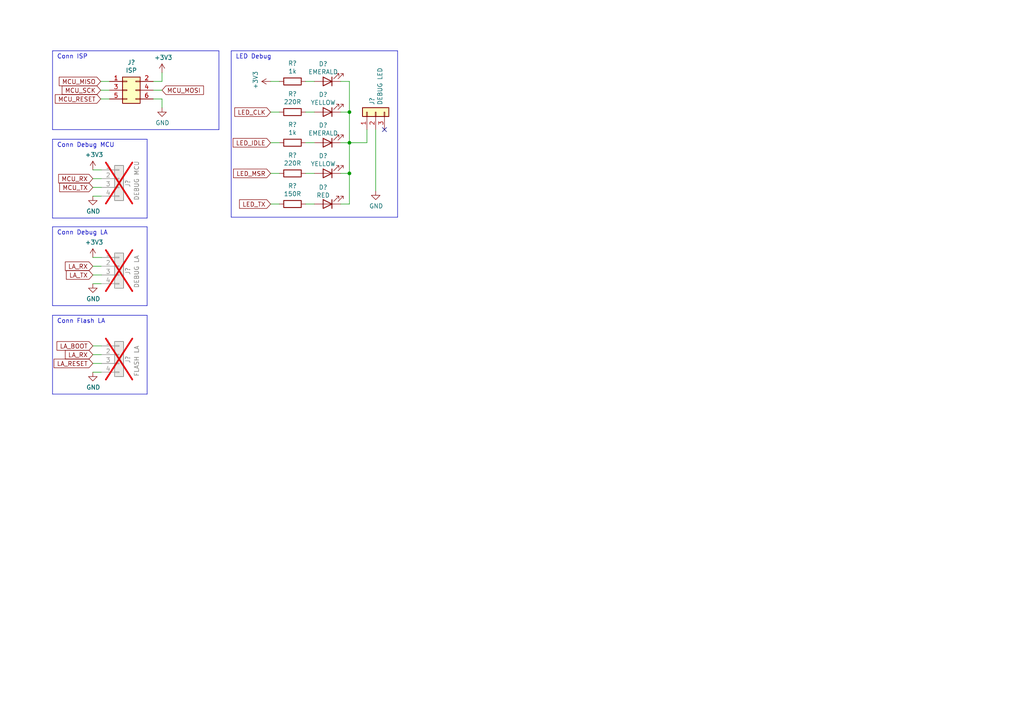
<source format=kicad_sch>
(kicad_sch (version 20230121) (generator eeschema)
  (paper "A4")
  (lib_symbols
    (symbol "Connector_Generic:Conn_01x03" (pin_names (offset 1.016) hide)
      (property "Reference" "J" (at 0 5.08 0))
      (property "Value" "Conn_01x03" (at 0 -5.08 0))
      (symbol "Conn_01x03_1_1"
        (rectangle (start -1.27 -2.413) (end 0 -2.667) (stroke (width 0.1524)))
        (rectangle (start -1.27 0.127) (end 0 -0.127) (stroke (width 0.1524)))
        (rectangle (start -1.27 2.667) (end 0 2.413) (stroke (width 0.1524)))
        (rectangle (start -1.27 3.81) (end 1.27 -3.81) (stroke (width 0.254)) (fill (type background)))
        (pin passive line (at -5.08 2.54 0) (length 3.81) (name "Pin_1") (number "1"))
        (pin passive line (at -5.08 0 0) (length 3.81) (name "Pin_2") (number "2"))
        (pin passive line (at -5.08 -2.54 0) (length 3.81) (name "Pin_3") (number "3"))
      )
    )
    (symbol "Connector_Generic:Conn_01x04" (pin_names (offset 1.016) hide)
      (property "Reference" "J" (at 0 5.08 0))
      (property "Value" "Conn_01x04" (at 0 -7.62 0))
      (symbol "Conn_01x04_1_1"
        (rectangle (start -1.27 -4.953) (end 0 -5.207) (stroke (width 0.1524)))
        (rectangle (start -1.27 -2.413) (end 0 -2.667) (stroke (width 0.1524)))
        (rectangle (start -1.27 0.127) (end 0 -0.127) (stroke (width 0.1524)))
        (rectangle (start -1.27 2.667) (end 0 2.413) (stroke (width 0.1524)))
        (rectangle (start -1.27 3.81) (end 1.27 -6.35) (stroke (width 0.254)) (fill (type background)))
        (pin passive line (at -5.08 2.54 0) (length 3.81) (name "Pin_1") (number "1"))
        (pin passive line (at -5.08 0 0) (length 3.81) (name "Pin_2") (number "2"))
        (pin passive line (at -5.08 -2.54 0) (length 3.81) (name "Pin_3") (number "3"))
        (pin passive line (at -5.08 -5.08 0) (length 3.81) (name "Pin_4") (number "4"))
      )
    )
    (symbol "Connector_Generic:Conn_02x03_Odd_Even" (pin_names (offset 1.016) hide)
      (property "Reference" "J" (at 1.27 5.08 0))
      (property "Value" "Conn_02x03_Odd_Even" (at 1.27 -5.08 0))
      (symbol "Conn_02x03_Odd_Even_1_1"
        (rectangle (start -1.27 -2.413) (end 0 -2.667) (stroke (width 0.1524)))
        (rectangle (start -1.27 0.127) (end 0 -0.127) (stroke (width 0.1524)))
        (rectangle (start -1.27 2.667) (end 0 2.413) (stroke (width 0.1524)))
        (rectangle (start -1.27 3.81) (end 3.81 -3.81) (stroke (width 0.254)) (fill (type background)))
        (rectangle (start 3.81 -2.413) (end 2.54 -2.667) (stroke (width 0.1524)))
        (rectangle (start 3.81 0.127) (end 2.54 -0.127) (stroke (width 0.1524)))
        (rectangle (start 3.81 2.667) (end 2.54 2.413) (stroke (width 0.1524)))
        (pin passive line (at -5.08 2.54 0) (length 3.81) (name "Pin_1") (number "1"))
        (pin passive line (at 7.62 2.54 180) (length 3.81) (name "Pin_2") (number "2"))
        (pin passive line (at -5.08 0 0) (length 3.81) (name "Pin_3") (number "3"))
        (pin passive line (at 7.62 0 180) (length 3.81) (name "Pin_4") (number "4"))
        (pin passive line (at -5.08 -2.54 0) (length 3.81) (name "Pin_5") (number "5"))
        (pin passive line (at 7.62 -2.54 180) (length 3.81) (name "Pin_6") (number "6"))
      )
    )
    (symbol "Device:LED" (pin_numbers hide) (pin_names (offset 1.016) hide)
      (property "Reference" "D" (at 0 2.54 0))
      (property "Value" "LED" (at 0 -2.54 0))
      (symbol "LED_0_1"
        (polyline (pts (xy -1.27 -1.27) (xy -1.27 1.27)) (stroke (width 0.254)))
        (polyline (pts (xy -1.27 0) (xy 1.27 0)))
        (polyline (pts (xy 1.27 -1.27) (xy 1.27 1.27) (xy -1.27 0) (xy 1.27 -1.27)) (stroke (width 0.254)))
        (polyline (pts (xy -3.048 -0.762) (xy -4.572 -2.286) (xy -3.81 -2.286) (xy -4.572 -2.286) (xy -4.572 -1.524)))
        (polyline (pts (xy -1.778 -0.762) (xy -3.302 -2.286) (xy -2.54 -2.286) (xy -3.302 -2.286) (xy -3.302 -1.524)))
      )
      (symbol "LED_1_1"
        (pin passive line (at -3.81 0 0) (length 2.54) (name "K") (number "1"))
        (pin passive line (at 3.81 0 180) (length 2.54) (name "A") (number "2"))
      )
    )
    (symbol "Device:R" (pin_numbers hide) (pin_names (offset 0))
      (property "Reference" "R" (at 2.032 0 90))
      (property "Value" "R" (at 0 0 90))
      (symbol "R_0_1"
        (rectangle (start -1.016 -2.54) (end 1.016 2.54) (stroke (width 0.254)))
      )
      (symbol "R_1_1"
        (pin passive line (at 0 3.81 270) (length 1.27) (name "~") (number "1"))
        (pin passive line (at 0 -3.81 90) (length 1.27) (name "~") (number "2"))
      )
    )
    (symbol "lofence-rescue:+3.3V-power" (power) (pin_names (offset 0))
      (property "Value" "+3.3V-power" (at 0 3.556 0))
      (symbol "+3.3V-power_0_1"
        (polyline (pts (xy -0.762 1.27) (xy 0 2.54)))
        (polyline (pts (xy 0 0) (xy 0 2.54)))
        (polyline (pts (xy 0 2.54) (xy 0.762 1.27)))
      )
      (symbol "+3.3V-power_1_1"
        (pin power_in line (at 0 0 90) (length 0) hide (name "+3V3") (number "1"))
      )
    )
    (symbol "power:GND" (power) (pin_names (offset 0))
      (property "Value" "GND" (at 0 -3.81 0))
      (symbol "GND_0_1"
        (polyline (pts (xy 0 0) (xy 0 -1.27) (xy 1.27 -1.27) (xy 0 -2.54) (xy -1.27 -1.27) (xy 0 -1.27)))
      )
      (symbol "GND_1_1"
        (pin power_in line (at 0 0 270) (length 0) hide (name "GND") (number "1"))
      )
    )
  )
  (junction (at 101.346 32.512))
  (junction (at 101.346 41.402))
  (junction (at 101.346 50.292))
  (no_connect (at 111.506 37.592))
  (polyline (pts (xy 42.672 91.44) (xy 15.24 91.44)))
  (wire (pts (xy 31.75 28.702) (xy 29.21 28.702)))
  (wire (pts (xy 29.464 51.816) (xy 26.924 51.816)))
  (wire (pts (xy 101.346 41.402) (xy 98.806 41.402)))
  (polyline (pts (xy 42.672 63.246) (xy 42.672 40.386)))
  (polyline (pts (xy 15.24 14.732) (xy 63.5 14.732)))
  (polyline (pts (xy 63.5 37.592) (xy 15.24 37.592)))
  (polyline (pts (xy 42.672 114.3) (xy 42.672 91.44)))
  (wire (pts (xy 78.486 32.512) (xy 81.026 32.512)))
  (wire (pts (xy 46.99 23.622) (xy 46.99 21.082)))
  (wire (pts (xy 101.346 41.402) (xy 106.426 41.402)))
  (wire (pts (xy 101.346 23.622) (xy 98.806 23.622)))
  (wire (pts (xy 26.924 107.95) (xy 29.464 107.95)))
  (wire (pts (xy 29.464 74.676) (xy 26.924 74.676)))
  (wire (pts (xy 78.486 41.402) (xy 81.026 41.402)))
  (wire (pts (xy 91.186 59.182) (xy 88.646 59.182)))
  (wire (pts (xy 31.75 23.622) (xy 29.21 23.622)))
  (polyline (pts (xy 42.672 63.246) (xy 15.24 63.246)))
  (wire (pts (xy 101.346 59.182) (xy 101.346 50.292)))
  (wire (pts (xy 29.464 56.896) (xy 26.924 56.896)))
  (wire (pts (xy 78.486 59.182) (xy 81.026 59.182)))
  (wire (pts (xy 91.186 32.512) (xy 88.646 32.512)))
  (wire (pts (xy 31.75 26.162) (xy 29.21 26.162)))
  (polyline (pts (xy 42.672 88.646) (xy 42.672 65.786)))
  (polyline (pts (xy 15.24 63.246) (xy 15.24 40.386)))
  (wire (pts (xy 46.99 26.162) (xy 44.45 26.162)))
  (polyline (pts (xy 115.316 14.732) (xy 67.056 14.732)))
  (wire (pts (xy 106.426 41.402) (xy 106.426 37.592)))
  (polyline (pts (xy 15.24 14.732) (xy 15.24 37.592)))
  (polyline (pts (xy 15.24 114.3) (xy 42.672 114.3)))
  (wire (pts (xy 26.924 100.33) (xy 29.464 100.33)))
  (polyline (pts (xy 42.672 40.386) (xy 15.24 40.386)))
  (polyline (pts (xy 15.24 88.646) (xy 15.24 65.786)))
  (wire (pts (xy 78.486 50.292) (xy 81.026 50.292)))
  (polyline (pts (xy 67.056 14.732) (xy 67.056 62.992)))
  (wire (pts (xy 29.464 49.276) (xy 26.924 49.276)))
  (polyline (pts (xy 15.24 114.3) (xy 15.24 91.44)))
  (wire (pts (xy 29.464 82.296) (xy 26.924 82.296)))
  (wire (pts (xy 78.486 23.622) (xy 81.026 23.622)))
  (wire (pts (xy 91.186 23.622) (xy 88.646 23.622)))
  (wire (pts (xy 101.346 50.292) (xy 98.806 50.292)))
  (wire (pts (xy 29.464 54.356) (xy 26.924 54.356)))
  (wire (pts (xy 101.346 59.182) (xy 98.806 59.182)))
  (polyline (pts (xy 115.316 14.732) (xy 115.316 62.992)))
  (wire (pts (xy 26.924 79.756) (xy 29.464 79.756)))
  (wire (pts (xy 46.99 28.702) (xy 44.45 28.702)))
  (wire (pts (xy 46.99 31.242) (xy 46.99 28.702)))
  (polyline (pts (xy 115.316 62.992) (xy 67.056 62.992)))
  (wire (pts (xy 101.346 50.292) (xy 101.346 41.402)))
  (wire (pts (xy 26.924 102.87) (xy 29.464 102.87)))
  (wire (pts (xy 91.186 50.292) (xy 88.646 50.292)))
  (polyline (pts (xy 42.672 65.786) (xy 15.24 65.786)))
  (polyline (pts (xy 15.24 88.646) (xy 42.672 88.646)))
  (polyline (pts (xy 63.5 14.732) (xy 63.5 37.592)))
  (wire (pts (xy 108.966 55.372) (xy 108.966 37.592)))
  (wire (pts (xy 101.346 41.402) (xy 101.346 32.512)))
  (wire (pts (xy 101.346 32.512) (xy 98.806 32.512)))
  (wire (pts (xy 101.346 23.622) (xy 101.346 32.512)))
  (wire (pts (xy 26.924 77.216) (xy 29.464 77.216)))
  (wire (pts (xy 26.924 105.41) (xy 29.464 105.41)))
  (wire (pts (xy 44.45 23.622) (xy 46.99 23.622)))
  (wire (pts (xy 88.646 41.402) (xy 91.186 41.402)))
  (text "Conn Flash LA" (at 16.51 93.98 0) (effects (font (size 1.27 1.27)) (justify left bottom)))
  (text "Conn Debug MCU" (at 16.51 42.926 0) (effects (font (size 1.27 1.27)) (justify left bottom)))
  (text "Conn Debug LA" (at 16.51 68.326 0) (effects (font (size 1.27 1.27)) (justify left bottom)))
  (text "Conn ISP" (at 16.51 17.272 0) (effects (font (size 1.27 1.27)) (justify left bottom)))
  (text "LED Debug" (at 68.326 17.272 0) (effects (font (size 1.27 1.27)) (justify left bottom)))
  (global_label "LED_CLK" (shape input) (at 78.486 32.512 180) (property "Intersheetrefs" "${INTERSHEET_REFS}" (effects hide)))
  (global_label "LED_IDLE" (shape input) (at 78.486 41.402 180) (property "Intersheetrefs" "${INTERSHEET_REFS}" (effects hide)))
  (global_label "MCU_MISO" (shape input) (at 29.21 23.622 180) (property "Intersheetrefs" "${INTERSHEET_REFS}" (effects hide)))
  (global_label "LA_RX" (shape input) (at 26.924 77.216 180) (property "Intersheetrefs" "${INTERSHEET_REFS}" (effects hide)))
  (global_label "LA_RX" (shape input) (at 26.924 102.87 180) (property "Intersheetrefs" "${INTERSHEET_REFS}" (effects hide)))
  (global_label "MCU_MOSI" (shape input) (at 46.99 26.162 0) (property "Intersheetrefs" "${INTERSHEET_REFS}" (effects hide)))
  (global_label "LA_RESET" (shape input) (at 26.924 105.41 180) (property "Intersheetrefs" "${INTERSHEET_REFS}" (effects hide)))
  (global_label "MCU_RX" (shape input) (at 26.924 51.816 180) (property "Intersheetrefs" "${INTERSHEET_REFS}" (effects hide)))
  (global_label "LA_BOOT" (shape input) (at 26.924 100.33 180) (property "Intersheetrefs" "${INTERSHEET_REFS}" (effects hide)))
  (global_label "MCU_TX" (shape input) (at 26.924 54.356 180) (property "Intersheetrefs" "${INTERSHEET_REFS}" (effects hide)))
  (global_label "LA_TX" (shape input) (at 26.924 79.756 180) (property "Intersheetrefs" "${INTERSHEET_REFS}" (effects hide)))
  (global_label "LED_MSR" (shape input) (at 78.486 50.292 180) (property "Intersheetrefs" "${INTERSHEET_REFS}" (effects hide)))
  (global_label "LED_TX" (shape input) (at 78.486 59.182 180) (property "Intersheetrefs" "${INTERSHEET_REFS}" (effects hide)))
  (global_label "MCU_RESET" (shape input) (at 29.21 28.702 180) (property "Intersheetrefs" "${INTERSHEET_REFS}" (effects hide)))
  (global_label "MCU_SCK" (shape input) (at 29.21 26.162 180) (property "Intersheetrefs" "${INTERSHEET_REFS}" (effects hide)))
  (symbol (lib_id "Device:LED") (at 94.996 23.622 180) (unit 1)
    (property "Reference" "D?" (at 93.726 18.542 0))
    (property "Value" "EMERALD" (at 93.726 20.8534 0))
    (property "Footprint" "LED_SMD:LED_0805_2012Metric_Pad1.15x1.40mm_HandSolder" (effects hide))
    (property "JLCPCB Part #" "C2297" (effects hide))
    (instances (project "LoFence" (path "" (reference "D?") (unit 1)) (path "" (reference "D4") (unit 1))))
  )
  (symbol (lib_id "lofence-rescue:+3.3V-power") (at 26.924 74.676 0) (unit 1)
    (property "Reference" "#PWR?" (effects hide))
    (property "Value" "+3.3V" (at 27.305 70.2818 0))
    (instances (project "LoFence" (path "" (reference "#PWR?") (unit 1)) (path "" (reference "#PWR035") (unit 1))))
  )
  (symbol (lib_id "Device:LED") (at 94.996 41.402 180) (unit 1)
    (property "Reference" "D?" (at 93.726 36.322 0))
    (property "Value" "EMERALD" (at 93.726 38.6334 0))
    (property "Footprint" "LED_SMD:LED_0805_2012Metric_Pad1.15x1.40mm_HandSolder" (effects hide))
    (property "JLCPCB Part #" "C2297" (effects hide))
    (instances (project "LoFence" (path "" (reference "D?") (unit 1)) (path "" (reference "D6") (unit 1))))
  )
  (symbol (lib_id "Connector_Generic:Conn_01x04") (at 34.544 77.216 0) (unit 1) (in_bom no) (dnp yes)
    (property "Reference" "J?" (at 37.084 79.756 90) (effects (justify left)))
    (property "Value" "DEBUG LA" (at 39.624 83.566 90) (effects (justify left)))
    (property "Footprint" "Connector_PinHeader_2.54mm:PinHeader_1x04_P2.54mm_Vertical" (effects hide))
    (instances (project "LoFence" (path "" (reference "J?") (unit 1)) (path "" (reference "J6") (unit 1))))
  )
  (symbol (lib_id "lofence-rescue:+3.3V-power") (at 46.99 21.082 0) (unit 1)
    (property "Reference" "#PWR?" (effects hide))
    (property "Value" "+3.3V" (at 47.371 16.6878 0))
    (instances (project "LoFence" (path "" (reference "#PWR?") (unit 1)) (path "" (reference "#PWR037") (unit 1))))
  )
  (symbol (lib_id "power:GND") (at 26.924 107.95 0) (unit 1)
    (property "Reference" "#PWR?" (effects hide))
    (property "Value" "GND" (at 27.051 112.3442 0))
    (instances (project "LoFence" (path "" (reference "#PWR?") (unit 1)) (path "" (reference "#PWR043") (unit 1))))
  )
  (symbol (lib_id "Device:LED") (at 94.996 50.292 180) (unit 1)
    (property "Reference" "D?" (at 93.726 45.212 0))
    (property "Value" "YELLOW" (at 93.726 47.5234 0))
    (property "Footprint" "LED_SMD:LED_0805_2012Metric_Pad1.15x1.40mm_HandSolder" (effects hide))
    (property "JLCPCB Part #" "C2296" (effects hide))
    (instances (project "LoFence" (path "" (reference "D?") (unit 1)) (path "" (reference "D7") (unit 1))))
  )
  (symbol (lib_id "Device:R") (at 84.836 32.512 270) (unit 1)
    (property "Reference" "R?" (at 84.836 27.2542 90))
    (property "Value" "220R" (at 84.836 29.5656 90))
    (property "Footprint" "Resistor_SMD:R_0603_1608Metric_Pad0.98x0.95mm_HandSolder" (effects hide))
    (instances (project "LoFence" (path "" (reference "R?") (unit 1)) (path "" (reference "R20") (unit 1))))
  )
  (symbol (lib_id "power:GND") (at 26.924 56.896 0) (unit 1)
    (property "Reference" "#PWR?" (effects hide))
    (property "Value" "GND" (at 27.051 61.2902 0))
    (instances (project "LoFence" (path "" (reference "#PWR?") (unit 1)) (path "" (reference "#PWR034") (unit 1))))
  )
  (symbol (lib_id "power:GND") (at 26.924 82.296 0) (unit 1)
    (property "Reference" "#PWR?" (effects hide))
    (property "Value" "GND" (at 27.051 86.6902 0))
    (instances (project "LoFence" (path "" (reference "#PWR?") (unit 1)) (path "" (reference "#PWR036") (unit 1))))
  )
  (symbol (lib_id "power:GND") (at 108.966 55.372 0) (unit 1)
    (property "Reference" "#PWR?" (effects hide))
    (property "Value" "GND" (at 109.093 59.7662 0))
    (instances (project "LoFence" (path "" (reference "#PWR?") (unit 1)) (path "" (reference "#PWR040") (unit 1))))
  )
  (symbol (lib_id "Device:R") (at 84.836 50.292 270) (unit 1)
    (property "Reference" "R?" (at 84.836 45.0342 90))
    (property "Value" "220R" (at 84.836 47.3456 90))
    (property "Footprint" "Resistor_SMD:R_0603_1608Metric_Pad0.98x0.95mm_HandSolder" (effects hide))
    (instances (project "LoFence" (path "" (reference "R?") (unit 1)) (path "" (reference "R22") (unit 1))))
  )
  (symbol (lib_id "Device:R") (at 84.836 23.622 270) (unit 1)
    (property "Reference" "R?" (at 84.836 18.3642 90))
    (property "Value" "1k" (at 84.836 20.6756 90))
    (property "Footprint" "Resistor_SMD:R_0603_1608Metric_Pad0.98x0.95mm_HandSolder" (effects hide))
    (instances (project "LoFence" (path "" (reference "R?") (unit 1)) (path "" (reference "R19") (unit 1))))
  )
  (symbol (lib_id "lofence-rescue:+3.3V-power") (at 78.486 23.622 90) (unit 1)
    (property "Reference" "#PWR?" (effects hide))
    (property "Value" "+3.3V" (at 74.0918 23.241 0))
    (instances (project "LoFence" (path "" (reference "#PWR?") (unit 1)) (path "" (reference "#PWR039") (unit 1))))
  )
  (symbol (lib_id "Connector_Generic:Conn_02x03_Odd_Even") (at 36.83 26.162 0) (unit 1)
    (property "Reference" "J?" (at 38.1 18.1102 0))
    (property "Value" "ISP" (at 38.1 20.4216 0))
    (property "Footprint" "Connector_PinHeader_2.54mm:PinHeader_2x03_P2.54mm_Vertical" (effects hide))
    (property "JLCPCB Position Offset" "-2.54,-1.27" (effects hide))
    (property "JLCPCB Rotation Offset" "90" (effects hide))
    (instances (project "LoFence" (path "" (reference "J?") (unit 1)) (path "" (reference "J3") (unit 1))))
  )
  (symbol (lib_id "lofence-rescue:+3.3V-power") (at 26.924 49.276 0) (unit 1)
    (property "Reference" "#PWR?" (effects hide))
    (property "Value" "+3.3V" (at 27.305 44.8818 0))
    (instances (project "LoFence" (path "" (reference "#PWR?") (unit 1)) (path "" (reference "#PWR033") (unit 1))))
  )
  (symbol (lib_id "Connector_Generic:Conn_01x04") (at 34.544 51.816 0) (unit 1) (in_bom no) (dnp yes)
    (property "Reference" "J?" (at 37.084 54.356 90) (effects (justify left)))
    (property "Value" "DEBUG MCU" (at 39.624 58.166 90) (effects (justify left)))
    (property "Footprint" "Connector_PinHeader_2.54mm:PinHeader_1x04_P2.54mm_Vertical" (effects hide))
    (instances (project "LoFence" (path "" (reference "J?") (unit 1)) (path "" (reference "J5") (unit 1))))
  )
  (symbol (lib_id "power:GND") (at 46.99 31.242 0) (unit 1)
    (property "Reference" "#PWR?" (effects hide))
    (property "Value" "GND" (at 47.117 35.6362 0))
    (instances (project "LoFence" (path "" (reference "#PWR?") (unit 1)) (path "" (reference "#PWR038") (unit 1))))
  )
  (symbol (lib_id "Device:LED") (at 94.996 59.182 180) (unit 1)
    (property "Reference" "D?" (at 93.726 54.3306 0))
    (property "Value" "RED" (at 93.726 56.642 0))
    (property "Footprint" "LED_SMD:LED_0805_2012Metric_Pad1.15x1.40mm_HandSolder" (effects hide))
    (property "JLCPCB Part #" "C84256" (effects hide))
    (instances (project "LoFence" (path "" (reference "D?") (unit 1)) (path "" (reference "D8") (unit 1))))
  )
  (symbol (lib_id "Connector_Generic:Conn_01x03") (at 108.966 32.512 90) (unit 1)
    (property "Reference" "J?" (at 107.8992 30.48 0) (effects (justify left)))
    (property "Value" "DEBUG LED" (at 110.2106 30.48 0) (effects (justify left)))
    (property "Footprint" "Connector_PinHeader_2.54mm:PinHeader_1x03_P2.54mm_Vertical" (effects hide))
    (property "JLCPCB Position Offset" "-2.54,0" (effects hide))
    (property "JLCPCB Rotation Offset" "90" (effects hide))
    (instances (project "LoFence" (path "" (reference "J?") (unit 1)) (path "" (reference "J4") (unit 1))))
  )
  (symbol (lib_id "Connector_Generic:Conn_01x04") (at 34.544 102.87 0) (unit 1) (in_bom no) (dnp yes)
    (property "Reference" "J?" (at 37.084 105.41 90) (effects (justify left)))
    (property "Value" "FLASH LA" (at 39.624 109.22 90) (effects (justify left)))
    (property "Footprint" "Connector_PinHeader_2.54mm:PinHeader_1x04_P2.54mm_Vertical" (effects hide))
    (instances (project "LoFence" (path "" (reference "J?") (unit 1)) (path "" (reference "J7") (unit 1))))
  )
  (symbol (lib_id "Device:LED") (at 94.996 32.512 180) (unit 1)
    (property "Reference" "D?" (at 93.726 27.432 0))
    (property "Value" "YELLOW" (at 93.726 29.7434 0))
    (property "Footprint" "LED_SMD:LED_0805_2012Metric_Pad1.15x1.40mm_HandSolder" (effects hide))
    (property "JLCPCB Part #" "C2296" (effects hide))
    (instances (project "LoFence" (path "" (reference "D?") (unit 1)) (path "" (reference "D5") (unit 1))))
  )
  (symbol (lib_id "Device:R") (at 84.836 59.182 270) (unit 1)
    (property "Reference" "R?" (at 84.836 53.9242 90))
    (property "Value" "150R" (at 84.836 56.2356 90))
    (property "Footprint" "Resistor_SMD:R_0603_1608Metric_Pad0.98x0.95mm_HandSolder" (effects hide))
    (instances (project "LoFence" (path "" (reference "R?") (unit 1)) (path "" (reference "R23") (unit 1))))
  )
  (symbol (lib_id "Device:R") (at 84.836 41.402 270) (unit 1)
    (property "Reference" "R?" (at 84.836 36.1442 90))
    (property "Value" "1k" (at 84.836 38.4556 90))
    (property "Footprint" "Resistor_SMD:R_0603_1608Metric_Pad0.98x0.95mm_HandSolder" (effects hide))
    (instances (project "LoFence" (path "" (reference "R?") (unit 1)) (path "" (reference "R21") (unit 1))))
  )
)
</source>
